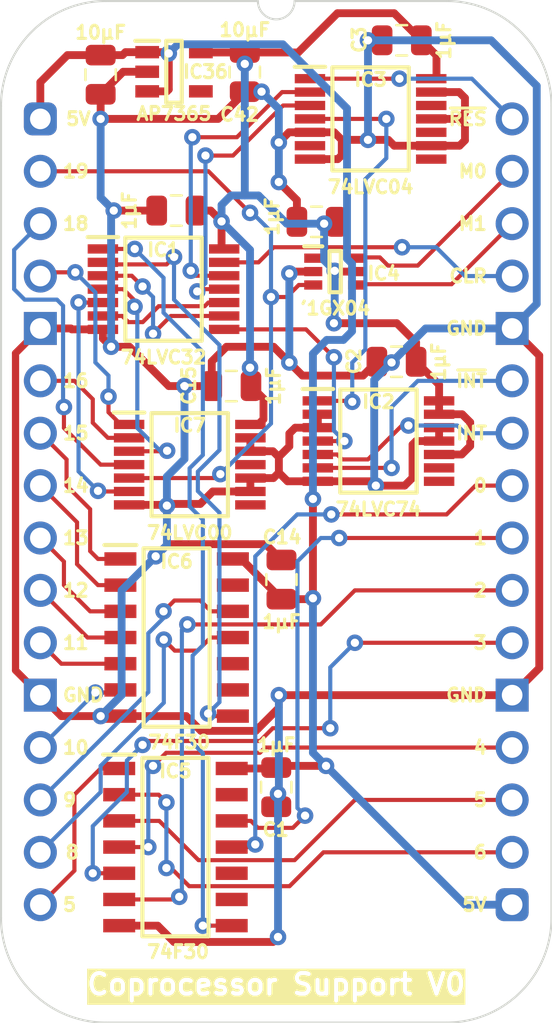
<source format=kicad_pcb>
(kicad_pcb (version 20241229) (generator "pcbnew") (generator_version "9.0")
  (title_block (title "Coprocessor Support") (date "2025-06-16") (rev "V0"))
  (layers (0 "F.Cu" signal) (2 "B.Cu" signal) (13 "F.Paste" user) (15 "B.Paste" user) (5 "F.SilkS" user "F.Silkscreen") (7 "B.SilkS" user "B.Silkscreen") (1 "F.Mask" user) (3 "B.Mask" user) (25 "Edge.Cuts" user))
  (net 0 "")
  (net 1 "GND")
  (net 2 "5V")
  (net 3 "/3.3V")
  (net 6 "CA19")
  (net 7 "CAMemory0")
  (net 8 "CAMemory1")
  (net 9 "CA2")
  (net 10 "CA3")
  (net 11 "CA1")
  (net 12 "CA0")
  (net 13 "/~{CAAA}")
  (net 14 "CA7")
  (net 18 "CA8")
  (net 19 "CA5")
  (net 20 "CA4")
  (net 21 "CA6")
  (net 22 "/~{CAAB}")
  (net 23 "CA12")
  (net 24 "CA14")
  (net 25 "CA15")
  (net 26 "CA10")
  (net 27 "CA13")
  (net 30 "CA11")
  (net 31 "CA17")
  (net 32 "CA16")
  (net 33 "CA9")
  (net 36 "CA18")
  (net 37 "/~{CAAC}")
  (net 39 "/~{CAAD}")
  (net 40 "/~{CD}")
  (net 41 "/~{AB}")
  (net 42 "CLR")
  (net 43 "/~{CATOP}")
  (net 44 "/Reset")
  (net 45 "/RD")
  (net 47 "~{INT}")
  (net 49 "/~{RD}")
  (net 50 "INT")
  (net 52 "~{Reset}")
  (footprint "SamacSys_Parts:C_0805" (layer "F.Cu") (at 9.906 -2.286 180)
    (property "Reference" "C42")
    (property "Value" "10μF")
  )
  (footprint "SamacSys_Parts:SOIC127P600X175-14N" (layer "F.Cu") (at 6.546 35.306)
    (property "Reference" "IC5")
    (property "Value" "SN74F30DR" (hide yes))
  )
  (footprint "SamacSys_Parts:C_0805" (layer "F.Cu") (at 9.271 12.954 90)
    (property "Reference" "C15")
    (property "Value" "1µF")
  )
  (footprint "SamacSys_Parts:SOP65P640X110-14N" (layer "F.Cu") (at 16.383 15.621)
    (property "Reference" "IC2")
    (property "Value" "74LVC74APW,118" (hide yes))
  )
  (footprint "SamacSys_Parts:C_0805" (layer "F.Cu") (at 17.272 11.775 90)
    (property "Reference" "C2")
    (property "Value" "1µF")
  )
  (footprint "SamacSys_Parts:SOT95P285X130-5N" (layer "F.Cu") (at 6.477 -2.286)
    (property "Reference" "IC36")
    (property "Value" "AP7365-33WG-7" (hide yes))
  )
  (footprint "SamacSys_Parts:C_0805" (layer "F.Cu") (at 2.921 -2.159 180)
    (property "Reference" "C41" (hide yes))
    (property "Value" "10μF")
  )
  (footprint "SamacSys_Parts:C_0805" (layer "F.Cu") (at 11.684 22.352)
    (property "Reference" "C14")
    (property "Value" "1µF")
  )
  (footprint "SamacSys_Parts:DIP-32_Board_W22.86mm" (layer "F.Cu") (at 0 0)
    (property "Reference" "J7" (hide yes))
    (property "Value" "Conn_02x20_Counter_Clockwise" (hide yes))
    (fp_line (start -1.905 -0.635) (end -1.905 38.735) (stroke (width 0.1)) (layer "Edge.Cuts"))
    (fp_line (start 10.541 -5.715) (end 3.175 -5.715) (stroke (width 0.1)) (layer "Edge.Cuts"))
    (fp_line (start 19.685 -5.715) (end 12.319 -5.715) (stroke (width 0.1)) (layer "Edge.Cuts"))
    (fp_line (start 19.685 43.815) (end 3.175 43.815) (stroke (width 0.1)) (layer "Edge.Cuts"))
    (fp_line (start 24.765 38.735) (end 24.765 -0.635) (stroke (width 0.1)) (layer "Edge.Cuts"))
    (fp_arc (start -1.905 -0.635) (mid -0.417102 -4.227102) (end 3.175 -5.715) (stroke (width 0.1)) (layer "Edge.Cuts"))
    (fp_arc (start 3.175 43.815) (mid -0.417102 42.327102) (end -1.905 38.735) (stroke (width 0.1)) (layer "Edge.Cuts"))
    (fp_arc (start 12.319 -5.715) (mid 11.43 -4.826) (end 10.541 -5.715) (stroke (width 0.1)) (layer "Edge.Cuts"))
    (fp_arc (start 19.685 -5.715) (mid 23.277102 -4.227102) (end 24.765 -0.635) (stroke (width 0.1)) (layer "Edge.Cuts"))
    (fp_arc (start 24.765 38.735) (mid 23.277103 42.327103) (end 19.685 43.815) (stroke (width 0.1)) (layer "Edge.Cuts"))
  )
  (footprint "SamacSys_Parts:SOIC127P600X175-14N" (layer "F.Cu") (at 6.604 25.146)
    (property "Reference" "IC6")
    (property "Value" "SN74F30DR" (hide yes))
  )
  (footprint "SamacSys_Parts:SOP65P640X110-14N" (layer "F.Cu") (at 16.002 0)
    (property "Reference" "IC3")
    (property "Value" "74LVC04APW,118" (hide yes))
  )
  (footprint "SamacSys_Parts:SOP65P210X110-6N" (layer "F.Cu") (at 14.285705 7.402933)
    (property "Reference" "IC4")
    (property "Value" "74LVC1GX04GW,125" (hide yes))
  )
  (footprint "SamacSys_Parts:C_0805" (layer "F.Cu") (at 13.396705 4.989933 90)
    (property "Reference" "C12" (hide yes))
    (property "Value" "1µF")
  )
  (footprint "SamacSys_Parts:C_0805" (layer "F.Cu") (at 6.604 4.445 90)
    (property "Reference" "C13" (hide yes))
    (property "Value" "1µF")
  )
  (footprint "SamacSys_Parts:SOP65P640X110-14N" (layer "F.Cu") (at 7.239 16.764)
    (property "Reference" "IC7")
    (property "Value" "74LVC00APW,112" (hide yes))
  )
  (footprint "SamacSys_Parts:SOP65P640X110-14N" (layer "F.Cu") (at 5.969 8.255)
    (property "Reference" "IC1")
    (property "Value" "74LVC32APW,118" (hide yes))
  )
  (footprint "SamacSys_Parts:C_0805" (layer "F.Cu") (at 17.526 -3.81 90)
    (property "Reference" "C3")
    (property "Value" "1µF")
  )
  (footprint "SamacSys_Parts:C_0805" (layer "F.Cu") (at 11.43 32.385 180)
    (property "Reference" "C1")
    (property "Value" "1µF")
  )
  (footprint "SamacSys_Parts:PinHeader_1x16_P2.54mm_Vertical" (layer "B.Cu") (at 22.86 0 180)
    (property "Reference" "J2" (hide yes))
    (property "Value" "Pin_Header_01x16")
  )
  (footprint "SamacSys_Parts:PinHeader_1x16_P2.54mm_Vertical" (layer "B.Cu") (at 0 0 180)
    (property "Reference" "J1" (hide yes))
    (property "Value" "Pin_Header_01x16")
  )
  (gr_text "15" (at 1.016 15.24 0) (layer "F.SilkS") (effects (font (size 0.635 0.635)) (justify left)))
  (gr_text "0" (at 21.717 17.78 0) (layer "F.SilkS") (effects (font (size 0.635 0.635)) (justify right)))
  (gr_text "3" (at 21.717 25.4 0) (layer "F.SilkS") (effects (font (size 0.635 0.635)) (justify right)))
  (gr_text "M0" (at 21.717 2.54 0) (layer "F.SilkS") (effects (font (size 0.635 0.635)) (justify right)))
  (gr_text "~{INT}" (at 21.717 12.7 0) (layer "F.SilkS") (effects (font (size 0.635 0.635)) (justify right)))
  (gr_text "GND" (at 1.016 27.94 0) (layer "F.SilkS") (effects (font (size 0.635 0.635)) (justify left)))
  (gr_text "CLR" (at 21.717 7.62 0) (layer "F.SilkS") (effects (font (size 0.635 0.635)) (justify right)))
  (gr_text "1" (at 21.717 20.32 0) (layer "F.SilkS") (effects (font (size 0.635 0.635)) (justify right)))
  (gr_text "19" (at 1.016 2.54 0) (layer "F.SilkS") (effects (font (size 0.635 0.635)) (justify left)))
  (gr_text "13" (at 1.016 20.32 0) (layer "F.SilkS") (effects (font (size 0.635 0.635)) (justify left)))
  (gr_text "5V" (at 21.717 38.1 0) (layer "F.SilkS") (effects (font (size 0.635 0.635)) (justify right)))
  (gr_text "~{RES}" (at 21.717 0 0) (layer "F.SilkS") (effects (font (size 0.635 0.635)) (justify right)))
  (gr_text "8" (at 1.143 35.56 0) (layer "F.SilkS") (effects (font (size 0.635 0.635)) (justify left)))
  (gr_text "18" (at 1.016 5.08 0) (layer "F.SilkS") (effects (font (size 0.635 0.635)) (justify left)))
  (gr_text "GND" (at 21.717 10.16 0) (layer "F.SilkS") (effects (font (size 0.635 0.635)) (justify right)))
  (gr_text "5" (at 1.016 38.1 0) (layer "F.SilkS") (effects (font (size 0.635 0.635)) (justify left)))
  (gr_text "GND" (at 21.717 27.94 0) (layer "F.SilkS") (effects (font (size 0.635 0.635)) (justify right)))
  (gr_text "11" (at 1.016 25.4 0) (layer "F.SilkS") (effects (font (size 0.635 0.635)) (justify left)))
  (gr_text "M1" (at 21.717 5.08 0) (layer "F.SilkS") (effects (font (size 0.635 0.635)) (justify right)))
  (gr_text "2" (at 21.717 22.86 0) (layer "F.SilkS") (effects (font (size 0.635 0.635)) (justify right)))
  (gr_text "14" (at 1.016 17.78 0) (layer "F.SilkS") (effects (font (size 0.635 0.635)) (justify left)))
  (gr_text "4" (at 21.717 30.48 0) (layer "F.SilkS") (effects (font (size 0.635 0.635)) (justify right)))
  (gr_text "5V" (at 1.1684 0 0) (layer "F.SilkS") (effects (font (size 0.635 0.635)) (justify left)))
  (gr_text "10" (at 1.016 30.48 0) (layer "F.SilkS") (effects (font (size 0.635 0.635)) (justify left)))
  (gr_text "12" (at 1.016 22.86 0) (layer "F.SilkS") (effects (font (size 0.635 0.635)) (justify left)))
  (gr_text "6" (at 21.717 35.56 0) (layer "F.SilkS") (effects (font (size 0.635 0.635)) (justify right)))
  (gr_text "9" (at 1.016 33.02 0) (layer "F.SilkS") (effects (font (size 0.635 0.635)) (justify left)))
  (gr_text "INT" (at 21.717 15.24 0) (layer "F.SilkS") (effects (font (size 0.635 0.635)) (justify right)))
  (gr_text "16" (at 1.016 12.7 0) (layer "F.SilkS") (effects (font (size 0.635 0.635)) (justify left)))
  (gr_text "Coprocessor Support V0" (at 11.43 42.545 0) (layer "F.SilkS" knockout) (effects (font (size 1 1) (thickness 0.2) (bold yes)) (justify bottom)))
  (gr_text "5" (at 21.717 33.02 0) (layer "F.SilkS") (effects (font (size 0.635 0.635)) (justify right)))
  (segment (start 19.321 14.971) (end 19.321 15.621) (width 0.38) (layer "F.Cu") (net 1))
  (segment (start 3.879 28.956) (end 7.06706 28.956) (width 0.38) (layer "F.Cu") (net 1))
  (segment (start 4.014 -2.286) (end 5.177 -2.286) (width 0.38) (layer "F.Cu") (net 1))
  (segment (start 13.445 14.971) (end 12.3505 14.971) (width 0.38) (layer "F.Cu") (net 1))
  (segment (start 14.605 1.016) (end 15.875 1.016) (width 0.38) (layer "F.Cu") (net 1))
  (segment (start 2.921 0) (end 2.921 -1.193) (width 0.38) (layer "F.Cu") (net 1))
  (segment (start 11.557 17.1515) (end 11.2945 17.414) (width 0.38) (layer "F.Cu") (net 1))
  (segment (start 6.095789 18.714) (end 6.131763 18.749974) (width 0.38) (layer "F.Cu") (net 1))
  (segment (start 20.3115 1.3) (end 18.94 1.3) (width 0.38) (layer "F.Cu") (net 1))
  (segment (start 10.177 17.414) (end 10.177 18.064) (width 0.38) (layer "F.Cu") (net 1))
  (segment (start 14.239 0.65) (end 14.605 1.016) (width 0.38) (layer "F.Cu") (net 1))
  (segment (start 18.034 15.7905) (end 18.2035 15.621) (width 0.38) (layer "F.Cu") (net 1))
  (segment (start 9.017 11.049) (end 11.303 11.049) (width 0.38) (layer "F.Cu") (net 1))
  (segment (start 7.06706 28.956) (end 7.78306 29.672) (width 0.38) (layer "F.Cu") (net 1))
  (segment (start 24.174 26.626) (end 22.86 27.94) (width 0.38) (layer "F.Cu") (net 1))
  (segment (start 11.43 32.810662) (end 11.515831 32.724831) (width 0.38) (layer "F.Cu") (net 1))
  (segment (start 1.016 28.956) (end 2.921 28.956) (width 0.38) (layer "F.Cu") (net 1))
  (segment (start 18.2035 15.621) (end 19.321 15.621) (width 0.38) (layer "F.Cu") (net 1))
  (segment (start 6.223 12.954) (end 6.985 12.954) (width 0.38) (layer "F.Cu") (net 1))
  (segment (start 20.574 0.2855) (end 20.574 1.0375) (width 0.38) (layer "F.Cu") (net 1))
  (segment (start 16.306 11.775) (end 16.982 11.775) (width 0.38) (layer "F.Cu") (net 1))
  (segment (start 18.034 17.399) (end 18.034 15.7905) (width 0.38) (layer "F.Cu") (net 1))
  (segment (start 12.7 12.446) (end 12.065 11.811) (width 0.38) (layer "F.Cu") (net 1))
  (segment (start 6.177 20.62) (end 5.588 21.209) (width 0.38) (layer "F.Cu") (net 1))
  (segment (start 18.94 -1.3) (end 20.2885 -1.3) (width 0.38) (layer "F.Cu") (net 1))
  (segment (start 13.445 17.571) (end 16.047 17.571) (width 0.38) (layer "F.Cu") (net 1))
  (segment (start 16.306 11.775) (end 15.635 12.446) (width 0.38) (layer "F.Cu") (net 1))
  (segment (start 11.2945 17.414) (end 10.177 17.414) (width 0.38) (layer "F.Cu") (net 1))
  (segment (start 8.305 12.954) (end 6.985 12.954) (width 0.38) (layer "F.Cu") (net 1))
  (segment (start 11.684 21.386) (end 10.918 20.62) (width 0.38) (layer "F.Cu") (net 1))
  (segment (start 16.047 17.571) (end 16.256 17.78) (width 0.38) (layer "F.Cu") (net 1))
  (segment (start 12.045695 0.65) (end 11.554847 1.140847) (width 0.38) (layer "F.Cu") (net 1))
  (segment (start 13.064 0.65) (end 12.045695 0.65) (width 0.38) (layer "F.Cu") (net 1))
  (segment (start 12.065 15.875) (end 11.54875 16.39125) (width 0.38) (layer "F.Cu") (net 1))
  (segment (start 2.921 28.956) (end 3.879 28.956) (width 0.38) (layer "F.Cu") (net 1))
  (segment (start 0 27.94) (end 1.016 28.956) (width 0.38) (layer "F.Cu") (net 1))
  (segment (start 5.638 4.445) (end 3.556 4.445) (width 0.38) (layer "F.Cu") (net 1))
  (segment (start 12.065 15.2565) (end 12.065 15.875) (width 0.38) (layer "F.Cu") (net 1))
  (segment (start 6.477 39.907) (end 11.274 39.907) (width 0.38) (layer "F.Cu") (net 1))
  (segment (start 20.574 -0.2855) (end 20.2885 0) (width 0.38) (layer "F.Cu") (net 1))
  (segment (start 3.821 39.116) (end 5.686 39.116) (width 0.38) (layer "F.Cu") (net 1))
  (segment (start 14.605 1.016) (end 14.605 1.7575) (width 0.38) (layer "F.Cu") (net 1))
  (segment (start 7.78306 29.672) (end 10.439192 29.672) (width 0.38) (layer "F.Cu") (net 1))
  (segment (start 20.574 1.0375) (end 20.3115 1.3) (width 0.38) (layer "F.Cu") (net 1))
  (segment (start 3.031 10.205) (end 3.031 10.651) (width 0.38) (layer "F.Cu") (net 1))
  (segment (start 4.318 11.049) (end 6.223 12.954) (width 0.38) (layer "F.Cu") (net 1))
  (segment (start 12.3505 14.971) (end 12.065 15.2565) (width 0.38) (layer "F.Cu") (net 1))
  (segment (start 10.918 20.62) (end 6.177 20.62) (width 0.38) (layer "F.Cu") (net 1))
  (segment (start 12.065 7.493) (end 12.155067 7.402933) (width 0.38) (layer "F.Cu") (net 1))
  (segment (start 22.86 10.16) (end 24.174 11.474) (width 0.38) (layer "F.Cu") (net 1))
  (segment (start 16.861 1.016) (end 17.145 1.3) (width 0.38) (layer "F.Cu") (net 1))
  (segment (start 15.875 -3.81) (end 16.56 -3.81) (width 0.38) (layer "F.Cu") (net 1))
  (segment (start 20.2885 -1.3) (end 20.574 -1.0145) (width 0.38) (layer "F.Cu") (net 1))
  (segment (start 16.256 17.78) (end 17.653 17.78) (width 0.38) (layer "F.Cu") (net 1))
  (segment (start 17.145 1.3) (end 18.94 1.3) (width 0.38) (layer "F.Cu") (net 1))
  (segment (start 13.445 17.571) (end 11.9765 17.571) (width 0.38) (layer "F.Cu") (net 1))
  (segment (start 12.430705 4.989933) (end 12.430705 3.937) (width 0.38) (layer "F.Cu") (net 1))
  (segment (start 11.557 28.554192) (end 11.557 27.94) (width 0.38) (layer "F.Cu") (net 1))
  (segment (start 5.686 39.116) (end 6.477 39.907) (width 0.38) (layer "F.Cu") (net 1))
  (segment (start 14.4125 1.95) (end 13.064 1.95) (width 0.38) (layer "F.Cu") (net 1))
  (segment (start 3.031 10.651) (end 3.429 11.049) (width 0.38) (layer "F.Cu") (net 1))
  (segment (start 11.2715 16.114) (end 11.54875 16.39125) (width 0.38) (layer "F.Cu") (net 1))
  (segment (start 10.177 16.114) (end 11.2715 16.114) (width 0.38) (layer "F.Cu") (net 1))
  (segment (start 2.921 0) (end 8.616 0) (width 0.38) (layer "F.Cu") (net 1))
  (segment (start 13.445 14.321) (end 13.445 14.971) (width 0.38) (layer "F.Cu") (net 1))
  (segment (start 15.875 1.016) (end 16.861 1.016) (width 0.38) (layer "F.Cu") (net 1))
  (segment (start 16.982 11.775) (end 17.018 11.811) (width 0.38) (layer "F.Cu") (net 1))
  (segment (start 0 10.16) (end 1.479 10.16) (width 0.38) (layer "F.Cu") (net 1))
  (segment (start 10.439192 29.672) (end 11.557 28.554192) (width 0.38) (layer "F.Cu") (net 1))
  (segment (start 11.303 11.049) (end 12.065 11.811) (width 0.38) (layer "F.Cu") (net 1))
  (segment (start 10.177 15.464) (end 10.177 16.114) (width 0.38) (layer "F.Cu") (net 1))
  (segment (start -1.202 11.362) (end -1.202 26.738) (width 0.35) (layer "F.Cu") (net 1))
  (segment (start 20.574 -1.0145) (end 20.574 -0.2855) (width 0.38) (layer "F.Cu") (net 1))
  (segment (start 2.921 -1.193) (end 4.014 -2.286) (width 0.38) (layer "F.Cu") (net 1))
  (segment (start 17.653 17.78) (end 18.034 17.399) (width 0.38) (layer "F.Cu") (net 1))
  (segment (start 11.9765 17.571) (end 11.557 17.1515) (width 0.38) (layer "F.Cu") (net 1))
  (segment (start 20.2885 0) (end 20.574 0.2855) (width 0.38) (layer "F.Cu") (net 1))
  (segment (start 8.305 12.954) (end 8.305 11.761) (width 0.38) (layer "F.Cu") (net 1))
  (segment (start 4.301 18.714) (end 6.095789 18.714) (width 0.38) (layer "F.Cu") (net 1))
  (segment (start 6.212737 18.669) (end 6.131763 18.749974) (width 0.38) (layer "F.Cu") (net 1))
  (segment (start 3.429 11.049) (end 4.318 11.049) (width 0.38) (layer "F.Cu") (net 1))
  (segment (start 8.616 0) (end 9.906 -1.29) (width 0.38) (layer "F.Cu") (net 1))
  (segment (start 15.635 12.446) (end 12.7 12.446) (width 0.38) (layer "F.Cu") (net 1))
  (segment (start -1.202 26.738) (end 0 27.94) (width 0.35) (layer "F.Cu") (net 1))
  (segment (start 1.479 10.16) (end 1.524 10.205) (width 0.38) (layer "F.Cu") (net 1))
  (segment (start 11.274 39.907) (end 11.515831 39.665169) (width 0.38) (layer "F.Cu") (net 1))
  (segment (start 0 10.16) (end -1.202 11.362) (width 0.35) (layer "F.Cu") (net 1))
  (segment (start 14.605 1.7575) (end 14.4125 1.95) (width 0.38) (layer "F.Cu") (net 1))
  (segment (start 8.305 11.761) (end 9.017 11.049) (width 0.38) (layer "F.Cu") (net 1))
  (segment (start 9.906 -1.32) (end 10.717999 -1.319999) (width 0.38) (layer "F.Cu") (net 1))
  (segment (start 12.430705 3.937) (end 11.554847 3.061142) (width 0.38) (layer "F.Cu") (net 1))
  (segment (start 1.524 10.205) (end 3.031 10.205) (width 0.38) (layer "F.Cu") (net 1))
  (segment (start 7.747 18.669) (end 6.212737 18.669) (width 0.38) (layer "F.Cu") (net 1))
  (segment (start 12.155067 7.402933) (end 13.223705 7.402933) (width 0.38) (layer "F.Cu") (net 1))
  (segment (start 10.177 18.064) (end 8.352 18.064) (width 0.38) (layer "F.Cu") (net 1))
  (segment (start 11.43 33.351) (end 11.43 32.810662) (width 0.38) (layer "F.Cu") (net 1))
  (segment (start 24.174 11.474) (end 24.174 26.626) (width 0.38) (layer "F.Cu") (net 1))
  (segment (start 11.557 27.94) (end 22.86 27.94) (width 0.38) (layer "F.Cu") (net 1))
  (segment (start 18.94 0) (end 20.2885 0) (width 0.38) (layer "F.Cu") (net 1))
  (segment (start 11.557 16.3995) (end 11.557 17.1515) (width 0.38) (layer "F.Cu") (net 1))
  (segment (start 13.064 0.65) (end 14.239 0.65) (width 0.38) (layer "F.Cu") (net 1))
  (segment (start 8.352 18.064) (end 7.747 18.669) (width 0.38) (layer "F.Cu") (net 1))
  (segment (start 11.54875 16.39125) (end 11.557 16.3995) (width 0.38) (layer "F.Cu") (net 1))
  (via (at 6.985 12.954) (size 0.8) (drill 0.4) (layers "F.Cu" "B.Cu") (net 1))
  (via (at 16.256 17.78) (size 0.8) (drill 0.4) (layers "F.Cu" "B.Cu") (net 1))
  (via (at 3.429 11.049) (size 0.8) (drill 0.4) (layers "F.Cu" "B.Cu") (net 1))
  (via (at 11.515831 32.724831) (size 0.8) (drill 0.4) (layers "F.Cu" "B.Cu") (net 1))
  (via (at 10.717999 -1.319999) (size 0.8) (drill 0.4) (layers "F.Cu" "B.Cu") (net 1))
  (via (at 17.018 11.811) (size 0.8) (drill 0.4) (layers "F.Cu" "B.Cu") (net 1))
  (via (at 5.588 21.209) (size 0.8) (drill 0.4) (layers "F.Cu" "B.Cu") (net 1))
  (via (at 11.554847 3.061142) (size 0.8) (drill 0.4) (layers "F.Cu" "B.Cu") (net 1))
  (via (at 11.515831 39.665169) (size 0.8) (drill 0.4) (layers "F.Cu" "B.Cu") (net 1))
  (via (at 15.875 -3.81) (size 0.8) (drill 0.4) (layers "F.Cu" "B.Cu") (net 1))
  (via (at 12.065 11.811) (size 0.8) (drill 0.4) (layers "F.Cu" "B.Cu") (net 1))
  (via (at 15.875 1.016) (size 0.8) (drill 0.4) (layers "F.Cu" "B.Cu") (net 1))
  (via (at 3.556 4.445) (size 0.8) (drill 0.4) (layers "F.Cu" "B.Cu") (net 1))
  (via (at 11.557 27.94) (size 0.8) (drill 0.4) (layers "F.Cu" "B.Cu") (net 1))
  (via (at 2.921 0) (size 0.8) (drill 0.4) (layers "F.Cu" "B.Cu") (net 1))
  (via (at 11.554847 1.140847) (size 0.8) (drill 0.4) (layers "F.Cu" "B.Cu") (net 1))
  (via (at 2.921 28.956) (size 0.8) (drill 0.4) (layers "F.Cu" "B.Cu") (net 1))
  (via (at 12.065 7.493) (size 0.8) (drill 0.4) (layers "F.Cu" "B.Cu") (net 1))
  (via (at 6.131763 18.749974) (size 0.8) (drill 0.4) (layers "F.Cu" "B.Cu") (net 1))
  (segment (start 6.985 12.954) (end 6.985 16.491688) (width 0.38) (layer "B.Cu") (net 1))
  (segment (start 12.065 7.493) (end 12.065 11.811) (width 0.38) (layer "B.Cu") (net 1))
  (segment (start 3.429 4.572) (end 3.429 11.049) (width 0.38) (layer "B.Cu") (net 1))
  (segment (start 21.844 -3.81) (end 24.051 -1.603) (width 0.38) (layer "B.Cu") (net 1))
  (segment (start 17.018 11.811) (end 16.178 12.651) (width 0.38) (layer "B.Cu") (net 1))
  (segment (start 11.554847 1.140847) (end 11.554847 3.061142) (width 0.38) (layer "B.Cu") (net 1))
  (segment (start 6.131763 17.344925) (end 6.131763 18.749974) (width 0.38) (layer "B.Cu") (net 1))
  (segment (start 15.875 -3.81) (end 21.844 -3.81) (width 0.38) (layer "B.Cu") (net 1))
  (segment (start 5.588 21.209) (end 3.937 22.86) (width 0.38) (layer "B.Cu") (net 1))
  (segment (start 11.554847 1.140847) (end 11.554847 -0.483151) (width 0.38) (layer "B.Cu") (net 1))
  (segment (start 17.018 11.811) (end 18.669 10.16) (width 0.38) (layer "B.Cu") (net 1))
  (segment (start 6.131763 20.665237) (end 6.131763 18.749974) (width 0.38) (layer "B.Cu") (net 1))
  (segment (start 11.554847 -0.483151) (end 10.717999 -1.319999) (width 0.38) (layer "B.Cu") (net 1))
  (segment (start 3.937 27.94) (end 2.921 28.956) (width 0.38) (layer "B.Cu") (net 1))
  (segment (start 3.556 4.445) (end 3.429 4.572) (width 0.38) (layer "B.Cu") (net 1))
  (segment (start 3.937 22.86) (end 3.937 27.94) (width 0.38) (layer "B.Cu") (net 1))
  (segment (start 2.921 3.81) (end 2.921 0) (width 0.38) (layer "B.Cu") (net 1))
  (segment (start 24.051 -1.603) (end 24.051 8.969) (width 0.38) (layer "B.Cu") (net 1))
  (segment (start 5.588 21.209) (end 6.131763 20.665237) (width 0.38) (layer "B.Cu") (net 1))
  (segment (start 11.515831 32.724831) (end 11.557 32.683662) (width 0.38) (layer "B.Cu") (net 1))
  (segment (start 11.557 32.683662) (end 11.557 27.94) (width 0.38) (layer "B.Cu") (net 1))
  (segment (start 18.669 10.16) (end 22.86 10.16) (width 0.38) (layer "B.Cu") (net 1))
  (segment (start 6.985 16.491688) (end 6.131763 17.344925) (width 0.38) (layer "B.Cu") (net 1))
  (segment (start 16.178 17.702) (end 16.256 17.78) (width 0.38) (layer "B.Cu") (net 1))
  (segment (start 24.051 8.969) (end 22.86 10.16) (width 0.38) (layer "B.Cu") (net 1))
  (segment (start 15.875 1.016) (end 15.875 -3.81) (width 0.38) (layer "B.Cu") (net 1))
  (segment (start 16.178 12.651) (end 16.178 17.702) (width 0.38) (layer "B.Cu") (net 1))
  (segment (start 11.515831 32.724831) (end 11.515831 39.665169) (width 0.38) (layer "B.Cu") (net 1))
  (segment (start 3.556 4.445) (end 2.921 3.81) (width 0.38) (layer "B.Cu") (net 1))
  (segment (start 1.315 -3.093) (end 2.921 -3.093) (width 0.38) (layer "F.Cu") (net 2))
  (segment (start 6.223 -1.427) (end 6.223 -3.175) (width 0.38) (layer "F.Cu") (net 2))
  (segment (start 6.132 -1.336) (end 6.223 -1.427) (width 0.38) (layer "F.Cu") (net 2))
  (segment (start 5.177 -3.236) (end 6.162 -3.236) (width 0.38) (layer "F.Cu") (net 2))
  (segment (start 5.177 -3.236) (end 4.125 -3.236) (width 0.38) (layer "F.Cu") (net 2))
  (segment (start 5.177 -1.336) (end 6.132 -1.336) (width 0.38) (layer "F.Cu") (net 2))
  (segment (start 13.208 18.427) (end 13.208 23.241) (width 0.38) (layer "F.Cu") (net 2))
  (segment (start 11.684 23.286) (end 13.163 23.286) (width 0.38) (layer "F.Cu") (net 2))
  (segment (start 6.162 -3.236) (end 6.223 -3.175) (width 0.38) (layer "F.Cu") (net 2))
  (segment (start 0 -1.778) (end 1.315 -3.093) (width 0.38) (layer "F.Cu") (net 2))
  (segment (start 9.734 21.336) (end 11.684 23.286) (width 0.38) (layer "F.Cu") (net 2))
  (segment (start 3.982 -3.093) (end 2.921 -3.093) (width 0.38) (layer "F.Cu") (net 2))
  (segment (start 13.163 23.286) (end 13.208 23.241) (width 0.38) (layer "F.Cu") (net 2))
  (segment (start 0 0) (end 0 -1.778) (width 0.38) (layer "F.Cu") (net 2))
  (segment (start 4.125 -3.236) (end 3.982 -3.093) (width 0.38) (layer "F.Cu") (net 2))
  (segment (start 13.843 31.369) (end 11.475 31.369) (width 0.38) (layer "F.Cu") (net 2))
  (segment (start 9.271 31.496) (end 11.385 31.496) (width 0.38) (layer "F.Cu") (net 2))
  (via (at 13.843 31.369) (size 0.8) (drill 0.4) (layers "F.Cu" "B.Cu") (net 2))
  (via (at 13.208 23.241) (size 0.8) (drill 0.4) (layers "F.Cu" "B.Cu") (net 2))
  (via (at 13.208 18.427) (size 0.8) (drill 0.4) (layers "F.Cu" "B.Cu") (net 2))
  (via (at 6.223 -3.175) (size 0.8) (drill 0.4) (layers "F.Cu" "B.Cu") (net 2))
  (segment (start 13.208 30.734) (end 13.208 23.241) (width 0.38) (layer "B.Cu") (net 2))
  (segment (start 15.101207 7.01806) (end 14.859 6.775853) (width 0.38) (layer "B.Cu") (net 2))
  (segment (start 13.208 18.427) (end 13.208 11.38506) (width 0.38) (layer "B.Cu") (net 2))
  (segment (start 15.101207 10.298793) (end 15.101207 7.01806) (width 0.38) (layer "B.Cu") (net 2))
  (segment (start 13.87606 10.717) (end 14.683 10.717) (width 0.38) (layer "B.Cu") (net 2))
  (segment (start 13.843 31.369) (end 13.208 30.734) (width 0.38) (layer "B.Cu") (net 2))
  (segment (start 6.665001 -3.617001) (end 6.223 -3.175) (width 0.38) (layer "B.Cu") (net 2))
  (segment (start 22.86 38.1) (end 20.574 38.1) (width 0.38) (layer "B.Cu") (net 2))
  (segment (start 11.749999 -3.617001) (end 6.665001 -3.617001) (width 0.38) (layer "B.Cu") (net 2))
  (segment (start 14.859 -0.508) (end 11.749999 -3.617001) (width 0.38) (layer "B.Cu") (net 2))
  (segment (start 14.859 6.775853) (end 14.859 -0.508) (width 0.38) (layer "B.Cu") (net 2))
  (segment (start 20.574 38.1) (end 13.843 31.369) (width 0.38) (layer "B.Cu") (net 2))
  (segment (start 14.683 10.717) (end 15.101207 10.298793) (width 0.38) (layer "B.Cu") (net 2))
  (segment (start 13.208 11.38506) (end 13.87606 10.717) (width 0.38) (layer "B.Cu") (net 2))
  (segment (start 19.067 -1.95) (end 19.194 -2.077) (width 0.38) (layer "F.Cu") (net 3))
  (segment (start 20.4155 16.271) (end 19.321 16.271) (width 0.38) (layer "F.Cu") (net 3))
  (segment (start 9.906 -3.22) (end 9.906 -2.667) (width 0.38) (layer "F.Cu") (net 3))
  (segment (start 19.194 -3.076) (end 18.46 -3.81) (width 0.38) (layer "F.Cu") (net 3))
  (segment (start 17.146 -5.124) (end 18.46 -3.81) (width 0.38) (layer "F.Cu") (net 3))
  (segment (start 10.812 13.561) (end 10.205 12.954) (width 0.38) (layer "F.Cu") (net 3))
  (segment (start 18.206 10.84) (end 18.206 11.775) (width 0.38) (layer "F.Cu") (net 3))
  (segment (start 20.828 15.8585) (end 20.4155 16.271) (width 0.38) (layer "F.Cu") (net 3))
  (segment (start 10.558 14.814) (end 10.812 14.56) (width 0.38) (layer "F.Cu") (net 3))
  (segment (start 20.4385 14.321) (end 20.828 14.7105) (width 0.38) (layer "F.Cu") (net 3))
  (segment (start 8.78 4.97) (end 8.255 4.445) (width 0.38) (layer "F.Cu") (net 3))
  (segment (start 17.272 9.906) (end 18.206 10.84) (width 0.38) (layer "F.Cu") (net 3))
  (segment (start 8.78 6.178) (end 8.78 4.97) (width 0.38) (layer "F.Cu") (net 3))
  (segment (start 19.321 14.321) (end 20.4385 14.321) (width 0.38) (layer "F.Cu") (net 3))
  (segment (start 20.828 14.7105) (end 20.828 15.8585) (width 0.38) (layer "F.Cu") (net 3))
  (segment (start 14.29814 7.402933) (end 14.261207 7.366) (width 0.38) (layer "F.Cu") (net 3))
  (segment (start 8.907 6.305) (end 8.78 6.178) (width 0.38) (layer "F.Cu") (net 3))
  (segment (start 9.906 -3.22) (end 12.491 -3.22) (width 0.38) (layer "F.Cu") (net 3))
  (segment (start 19.194 -2.077) (end 19.194 -3.076) (width 0.38) (layer "F.Cu") (net 3))
  (segment (start 14.395 -5.124) (end 17.146 -5.124) (width 0.38) (layer "F.Cu") (net 3))
  (segment (start 19.321 12.89) (end 19.321 13.671) (width 0.38) (layer "F.Cu") (net 3))
  (segment (start 10.812 14.56) (end 10.812 13.561) (width 0.38) (layer "F.Cu") (net 3))
  (segment (start 10.205 12.11) (end 10.16 12.065) (width 0.38) (layer "F.Cu") (net 3))
  (segment (start 14.224 9.906) (end 17.272 9.906) (width 0.38) (layer "F.Cu") (net 3))
  (segment (start 12.491 -3.22) (end 14.395 -5.124) (width 0.38) (layer "F.Cu") (net 3))
  (segment (start 10.205 12.954) (end 10.205 12.11) (width 0.38) (layer "F.Cu") (net 3))
  (segment (start 15.347705 7.402933) (end 14.29814 7.402933) (width 0.38) (layer "F.Cu") (net 3))
  (segment (start 18.206 11.775) (end 19.321 12.89) (width 0.38) (layer "F.Cu") (net 3))
  (segment (start 19.321 13.671) (end 19.321 14.321) (width 0.38) (layer "F.Cu") (net 3))
  (segment (start 9.906 -3.22) (end 7.793 -3.22) (width 0.38) (layer "F.Cu") (net 3))
  (segment (start 8.255 4.445) (end 7.538 4.445) (width 0.38) (layer "F.Cu") (net 3))
  (segment (start 14.240638 5.08) (end 13.749912 5.08) (width 0.38) (layer "F.Cu") (net 3))
  (via (at 14.261207 7.366) (size 0.8) (drill 0.4) (layers "F.Cu" "B.Cu") (net 3))
  (via (at 14.224 9.906) (size 0.8) (drill 0.4) (layers "F.Cu" "B.Cu") (net 3))
  (via (at 13.749912 5.08) (size 0.8) (drill 0.4) (layers "F.Cu" "B.Cu") (net 3))
  (via (at 10.16 12.065) (size 0.8) (drill 0.4) (layers "F.Cu" "B.Cu") (net 3))
  (via (at 8.78 4.97) (size 0.8) (drill 0.4) (layers "F.Cu" "B.Cu") (net 3))
  (via (at 9.906 -2.667) (size 0.8) (drill 0.4) (layers "F.Cu" "B.Cu") (net 3))
  (segment (start 14.261207 9.868793) (end 14.224 9.906) (width 0.38) (layer "B.Cu") (net 3))
  (segment (start 13.749912 6.854705) (end 13.749912 5.08) (width 0.38) (layer "B.Cu") (net 3))
  (segment (start 14.261207 7.366) (end 14.261207 9.868793) (width 0.38) (layer "B.Cu") (net 3))
  (segment (start 8.78 4.97) (end 8.78 4.174) (width 0.38) (layer "B.Cu") (net 3))
  (segment (start 11.938 5.08) (end 13.749912 5.08) (width 0.38) (layer "B.Cu") (net 3))
  (segment (start 10.571 3.713) (end 11.938 5.08) (width 0.38) (layer "B.Cu") (net 3))
  (segment (start 9.906 3.713) (end 9.906 -2.667) (width 0.38) (layer "B.Cu") (net 3))
  (segment (start 8.78 4.174) (end 9.241 3.713) (width 0.38) (layer "B.Cu") (net 3))
  (segment (start 10.16 6.35) (end 10.16 12.065) (width 0.38) (layer "B.Cu") (net 3))
  (segment (start 14.261207 7.366) (end 13.749912 6.854705) (width 0.38) (layer "B.Cu") (net 3))
  (segment (start 10.571 3.713) (end 9.906 3.713) (width 0.38) (layer "B.Cu") (net 3))
  (segment (start 9.241 3.713) (end 9.906 3.713) (width 0.38) (layer "B.Cu") (net 3))
  (segment (start 8.78 4.97) (end 10.16 6.35) (width 0.38) (layer "B.Cu") (net 3))
  (segment (start 12.521067 8.052933) (end 11.938 8.636) (width 0.2) (layer "F.Cu") (net 6))
  (segment (start 11.938 8.636) (end 11.176 8.636) (width 0.2) (layer "F.Cu") (net 6))
  (segment (start 0 2.54) (end 8.147 2.54) (width 0.2) (layer "F.Cu") (net 6))
  (segment (start 4.301 17.414) (end 8.531898 17.414) (width 0.2) (layer "F.Cu") (net 6))
  (segment (start 8.531898 17.414) (end 8.721898 17.224) (width 0.2) (layer "F.Cu") (net 6))
  (segment (start 8.147 2.54) (end 10.16 4.553) (width 0.2) (layer "F.Cu") (net 6))
  (segment (start 13.223705 8.052933) (end 12.521067 8.052933) (width 0.2) (layer "F.Cu") (net 6))
  (via (at 10.16 4.553) (size 0.8) (drill 0.4) (layers "F.Cu" "B.Cu") (net 6))
  (via (at 8.721898 17.224) (size 0.8) (drill 0.4) (layers "F.Cu" "B.Cu") (net 6))
  (via (at 11.176 8.636) (size 0.8) (drill 0.4) (layers "F.Cu" "B.Cu") (net 6))
  (segment (start 11.176 14.769898) (end 8.721898 17.224) (width 0.2) (layer "B.Cu") (net 6))
  (segment (start 11.176 8.636) (end 11.176 14.769898) (width 0.2) (layer "B.Cu") (net 6))
  (segment (start 10.268 4.553) (end 10.16 4.553) (width 0.2) (layer "B.Cu") (net 6))
  (segment (start 11.176 5.461) (end 10.268 4.553) (width 0.2) (layer "B.Cu") (net 6))
  (segment (start 11.176 8.636) (end 11.176 5.461) (width 0.2) (layer "B.Cu") (net 6))
  (segment (start 16.846339 7.112) (end 18.288 7.112) (width 0.2) (layer "F.Cu") (net 7))
  (segment (start 18.288 7.112) (end 22.86 2.54) (width 0.2) (layer "F.Cu") (net 7))
  (segment (start 16.450339 6.716) (end 16.846339 7.112) (width 0.2) (layer "F.Cu") (net 7))
  (segment (start 15.384638 6.716) (end 16.450339 6.716) (width 0.2) (layer "F.Cu") (net 7))
  (segment (start 15.384638 8.016) (end 19.924 8.016) (width 0.2) (layer "F.Cu") (net 8))
  (segment (start 19.924 8.016) (end 22.86 5.08) (width 0.2) (layer "F.Cu") (net 8))
  (segment (start 13.589 24.511) (end 7.124 24.511) (width 0.2) (layer "F.Cu") (net 9))
  (segment (start 3.821 37.846) (end 6.604 37.846) (width 0.2) (layer "F.Cu") (net 9))
  (segment (start 22.86 22.86) (end 15.24 22.86) (width 0.2) (layer "F.Cu") (net 9))
  (segment (start 15.24 22.86) (end 13.589 24.511) (width 0.2) (layer "F.Cu") (net 9))
  (segment (start 6.604 37.846) (end 6.731 37.719) (width 0.2) (layer "F.Cu") (net 9))
  (via (at 6.731 37.719) (size 0.8) (drill 0.4) (layers "F.Cu" "B.Cu") (net 9))
  (via (at 7.124 24.511) (size 0.8) (drill 0.4) (layers "F.Cu" "B.Cu") (net 9))
  (segment (start 6.858 37.592) (end 6.858 24.777) (width 0.2) (layer "B.Cu") (net 9))
  (segment (start 6.858 24.777) (end 7.124 24.511) (width 0.2) (layer "B.Cu") (net 9))
  (segment (start 6.731 37.719) (end 6.858 37.592) (width 0.2) (layer "B.Cu") (net 9))
  (segment (start 10.642154 30.162) (end 11.261068 29.543086) (width 0.2) (layer "F.Cu") (net 10))
  (segment (start 3.821 36.576) (end 2.54 36.576) (width 0.2) (layer "F.Cu") (net 10))
  (segment (start 5.144 30.162) (end 10.642154 30.162) (width 0.2) (layer "F.Cu") (net 10))
  (segment (start 11.261068 29.543086) (end 14.048 29.543086) (width 0.2) (layer "F.Cu") (net 10))
  (segment (start 22.86 25.4) (end 15.24 25.4) (width 0.2) (layer "F.Cu") (net 10))
  (segment (start 4.953 30.353) (end 5.144 30.162) (width 0.2) (layer "F.Cu") (net 10))
  (via (at 14.048 29.543086) (size 0.8) (drill 0.4) (layers "F.Cu" "B.Cu") (net 10))
  (via (at 2.54 36.576) (size 0.8) (drill 0.4) (layers "F.Cu" "B.Cu") (net 10))
  (via (at 4.953 30.353) (size 0.8) (drill 0.4) (layers "F.Cu" "B.Cu") (net 10))
  (via (at 15.24 25.4) (size 0.8) (drill 0.4) (layers "F.Cu" "B.Cu") (net 10))
  (segment (start 4.191 31.115) (end 4.953 30.353) (width 0.2) (layer "B.Cu") (net 10))
  (segment (start 2.54 34.29) (end 4.191 32.639) (width 0.2) (layer "B.Cu") (net 10))
  (segment (start 15.24 25.4) (end 14.048 26.592) (width 0.2) (layer "B.Cu") (net 10))
  (segment (start 4.191 32.639) (end 4.191 31.115) (width 0.2) (layer "B.Cu") (net 10))
  (segment (start 2.54 36.576) (end 2.54 34.29) (width 0.2) (layer "B.Cu") (net 10))
  (segment (start 14.048 26.592) (end 14.048 29.543086) (width 0.2) (layer "B.Cu") (net 10))
  (segment (start 12.827 33.782) (end 12.235 34.374) (width 0.2) (layer "F.Cu") (net 11))
  (segment (start 10.203 34.036) (end 10.541 34.374) (width 0.2) (layer "F.Cu") (net 11))
  (segment (start 9.271 34.036) (end 10.203 34.036) (width 0.2) (layer "F.Cu") (net 11))
  (segment (start 12.235 34.374) (end 10.541 34.374) (width 0.2) (layer "F.Cu") (net 11))
  (segment (start 14.478 20.32) (end 22.86 20.32) (width 0.2) (layer "F.Cu") (net 11))
  (via (at 12.827 33.782) (size 0.8) (drill 0.4) (layers "F.Cu" "B.Cu") (net 11))
  (via (at 14.478 20.32) (size 0.8) (drill 0.4) (layers "F.Cu" "B.Cu") (net 11))
  (segment (start 13.589 20.32) (end 14.478 20.32) (width 0.2) (layer "B.Cu") (net 11))
  (segment (start 12.458 33.413) (end 12.458 21.451) (width 0.2) (layer "B.Cu") (net 11))
  (segment (start 12.827 33.782) (end 12.458 33.413) (width 0.2) (layer "B.Cu") (net 11))
  (segment (start 12.458 21.451) (end 13.589 20.32) (width 0.2) (layer "B.Cu") (net 11))
  (segment (start 22.86 17.78) (end 21.082 17.78) (width 0.2) (layer "F.Cu") (net 12))
  (segment (start 19.685 19.177) (end 14.097 19.177) (width 0.2) (layer "F.Cu") (net 12))
  (segment (start 21.082 17.78) (end 19.685 19.177) (width 0.2) (layer "F.Cu") (net 12))
  (segment (start 10.287 35.306) (end 10.414 35.179) (width 0.2) (layer "F.Cu") (net 12))
  (segment (start 9.271 35.306) (end 10.287 35.306) (width 0.2) (layer "F.Cu") (net 12))
  (via (at 14.097 19.177) (size 0.8) (drill 0.4) (layers "F.Cu" "B.Cu") (net 12))
  (via (at 10.414 35.179) (size 0.8) (drill 0.4) (layers "F.Cu" "B.Cu") (net 12))
  (segment (start 12.446 19.177) (end 14.097 19.177) (width 0.2) (layer "B.Cu") (net 12))
  (segment (start 10.414 21.209) (end 12.446 19.177) (width 0.2) (layer "B.Cu") (net 12))
  (segment (start 10.414 35.179) (end 10.414 21.209) (width 0.2) (layer "B.Cu") (net 12))
  (segment (start 3.031 6.305) (end 4.572 6.305) (width 0.2) (layer "F.Cu") (net 13))
  (segment (start 9.271 39.116) (end 7.874 39.116) (width 0.2) (layer "F.Cu") (net 13))
  (via (at 4.572 6.305) (size 0.8) (drill 0.4) (layers "F.Cu" "B.Cu") (net 13))
  (via (at 7.874 39.116) (size 0.8) (drill 0.4) (layers "F.Cu" "B.Cu") (net 13))
  (segment (start 5.969 9.398) (end 5.969 7.702) (width 0.2) (layer "B.Cu") (net 13))
  (segment (start 7.874 30.756331) (end 7.378 30.260331) (width 0.2) (layer "B.Cu") (net 13))
  (segment (start 7.232 16.937653) (end 7.874 16.295653) (width 0.2) (layer "B.Cu") (net 13))
  (segment (start 7.378 30.260331) (end 7.378 26.023) (width 0.2) (layer "B.Cu") (net 13))
  (segment (start 5.969 7.702) (end 4.572 6.305) (width 0.2) (layer "B.Cu") (net 13))
  (segment (start 7.874 11.303) (end 5.969 9.398) (width 0.2) (layer "B.Cu") (net 13))
  (segment (start 7.874 39.116) (end 7.874 30.756331) (width 0.2) (layer "B.Cu") (net 13))
  (segment (start 7.874 16.295653) (end 7.874 11.303) (width 0.2) (layer "B.Cu") (net 13))
  (segment (start 7.874 19.431) (end 7.232 18.789) (width 0.2) (layer "B.Cu") (net 13))
  (segment (start 7.378 26.023) (end 7.874 25.527) (width 0.2) (layer "B.Cu") (net 13))
  (segment (start 7.232 18.789) (end 7.232 16.937653) (width 0.2) (layer "B.Cu") (net 13))
  (segment (start 7.874 25.527) (end 7.874 19.431) (width 0.2) (layer "B.Cu") (net 13))
  (segment (start 1.651 36.449) (end 1.651 32.766) (width 0.2) (layer "F.Cu") (net 14))
  (segment (start 2.921 31.496) (end 3.821 31.496) (width 0.2) (layer "F.Cu") (net 14))
  (segment (start 0 38.1) (end 1.651 36.449) (width 0.2) (layer "F.Cu") (net 14))
  (segment (start 1.651 32.766) (end 2.921 31.496) (width 0.2) (layer "F.Cu") (net 14))
  (segment (start 8.255 25.146) (end 7.62 25.781) (width 0.2) (layer "F.Cu") (net 18))
  (segment (start 9.329 25.146) (end 8.255 25.146) (width 0.2) (layer "F.Cu") (net 18))
  (segment (start 6.512875 25.781) (end 5.981368 25.249493) (width 0.2) (layer "F.Cu") (net 18))
  (segment (start 7.62 25.781) (end 6.512875 25.781) (width 0.2) (layer "F.Cu") (net 18))
  (via (at 5.981368 25.249493) (size 0.8) (drill 0.4) (layers "F.Cu" "B.Cu") (net 18))
  (segment (start 0 35.56) (end 2.921 32.639) (width 0.2) (layer "B.Cu") (net 18))
  (segment (start 2.921 32.639) (end 2.921 31.369) (width 0.2) (layer "B.Cu") (net 18))
  (segment (start 5.981368 28.308632) (end 5.981368 25.249493) (width 0.2) (layer "B.Cu") (net 18))
  (segment (start 2.921 31.369) (end 5.981368 28.308632) (width 0.2) (layer "B.Cu") (net 18))
  (segment (start 7.666067 35.941) (end 5.761067 34.036) (width 0.2) (layer "F.Cu") (net 19))
  (segment (start 15.24 33.02) (end 12.319 35.941) (width 0.2) (layer "F.Cu") (net 19))
  (segment (start 5.761067 34.036) (end 3.821 34.036) (width 0.2) (layer "F.Cu") (net 19))
  (segment (start 12.319 35.941) (end 7.666067 35.941) (width 0.2) (layer "F.Cu") (net 19))
  (segment (start 22.86 33.02) (end 15.24 33.02) (width 0.2) (layer "F.Cu") (net 19))
  (segment (start 10.63584 30.734) (end 10.88984 30.48) (width 0.2) (layer "F.Cu") (net 20))
  (segment (start 10.88984 30.48) (end 22.86 30.48) (width 0.2) (layer "F.Cu") (net 20))
  (segment (start 5.231 35.306) (end 3.821 35.306) (width 0.2) (layer "F.Cu") (net 20))
  (segment (start 6.096 30.734) (end 10.63584 30.734) (width 0.2) (layer "F.Cu") (net 20))
  (segment (start 5.461 31.369) (end 6.096 30.734) (width 0.2) (layer "F.Cu") (net 20))
  (via (at 5.231 35.306) (size 0.8) (drill 0.4) (layers "F.Cu" "B.Cu") (net 20))
  (via (at 5.461 31.369) (size 0.8) (drill 0.4) (layers "F.Cu" "B.Cu") (net 20))
  (segment (start 5.461 31.369) (end 5.231 31.599) (width 0.2) (layer "B.Cu") (net 20))
  (segment (start 5.231 31.599) (end 5.231 35.306) (width 0.2) (layer "B.Cu") (net 20))
  (segment (start 12.074 37.202) (end 7.211 37.202) (width 0.2) (layer "F.Cu") (net 21))
  (segment (start 13.716 35.56) (end 12.074 37.202) (width 0.2) (layer "F.Cu") (net 21))
  (segment (start 5.732509 32.766) (end 6.108 33.141491) (width 0.2) (layer "F.Cu") (net 21))
  (segment (start 3.821 32.766) (end 5.732509 32.766) (width 0.2) (layer "F.Cu") (net 21))
  (segment (start 6.331 36.322) (end 6.108 36.322) (width 0.2) (layer "F.Cu") (net 21))
  (segment (start 22.86 35.56) (end 13.716 35.56) (width 0.2) (layer "F.Cu") (net 21))
  (segment (start 7.211 37.202) (end 6.331 36.322) (width 0.2) (layer "F.Cu") (net 21))
  (via (at 6.108 36.322) (size 0.8) (drill 0.4) (layers "F.Cu" "B.Cu") (net 21))
  (via (at 6.108 33.141491) (size 0.8) (drill 0.4) (layers "F.Cu" "B.Cu") (net 21))
  (segment (start 6.108 33.141491) (end 6.108 36.322) (width 0.2) (layer "B.Cu") (net 21))
  (segment (start 8.255 28.956) (end 8.128 28.829) (width 0.2) (layer "F.Cu") (net 22))
  (segment (start 6.116315 7.055) (end 6.477361 6.693954) (width 0.2) (layer "F.Cu") (net 22))
  (segment (start 9.329 28.956) (end 8.255 28.956) (width 0.2) (layer "F.Cu") (net 22))
  (segment (start 3.131 7.055) (end 6.116315 7.055) (width 0.2) (layer "F.Cu") (net 22))
  (via (at 6.477361 6.693954) (size 0.8) (drill 0.4) (layers "F.Cu" "B.Cu") (net 22))
  (via (at 8.128 28.829) (size 0.8) (drill 0.4) (layers "F.Cu" "B.Cu") (net 22))
  (segment (start 8.678493 16.056846) (end 8.678493 10.964493) (width 0.2) (layer "B.Cu") (net 22))
  (segment (start 7.632 18.046) (end 7.632 17.103339) (width 0.2) (layer "B.Cu") (net 22))
  (segment (start 8.128 28.829) (end 8.678493 28.278507) (width 0.2) (layer "B.Cu") (net 22))
  (segment (start 7.632 17.103339) (end 8.678493 16.056846) (width 0.2) (layer "B.Cu") (net 22))
  (segment (start 8.678493 28.278507) (end 8.678493 19.092493) (width 0.2) (layer "B.Cu") (net 22))
  (segment (start 8.678493 10.964493) (end 6.477361 8.763361) (width 0.2) (layer "B.Cu") (net 22))
  (segment (start 6.477361 8.763361) (end 6.477361 6.693954) (width 0.2) (layer "B.Cu") (net 22))
  (segment (start 8.678493 19.092493) (end 7.632 18.046) (width 0.2) (layer "B.Cu") (net 22))
  (segment (start 0 22.86) (end 2.286 25.146) (width 0.2) (layer "F.Cu") (net 23))
  (segment (start 2.286 25.146) (end 3.879 25.146) (width 0.2) (layer "F.Cu") (net 23))
  (segment (start 1.778 21.59) (end 2.794 22.606) (width 0.2) (layer "F.Cu") (net 24))
  (segment (start 1.778 19.558) (end 1.778 21.59) (width 0.2) (layer "F.Cu") (net 24))
  (segment (start 0 17.78) (end 1.778 19.558) (width 0.2) (layer "F.Cu") (net 24))
  (segment (start 2.794 22.606) (end 3.879 22.606) (width 0.2) (layer "F.Cu") (net 24))
  (segment (start 2.794 21.336) (end 2.413 20.955) (width 0.2) (layer "F.Cu") (net 25))
  (segment (start 1.27 17.78) (end 1.27 16.51) (width 0.2) (layer "F.Cu") (net 25))
  (segment (start 2.413 18.923) (end 1.27 17.78) (width 0.2) (layer "F.Cu") (net 25))
  (segment (start 3.879 21.336) (end 2.794 21.336) (width 0.2) (layer "F.Cu") (net 25))
  (segment (start 2.413 20.955) (end 2.413 18.923) (width 0.2) (layer "F.Cu") (net 25))
  (segment (start 1.27 16.51) (end 0 15.24) (width 0.2) (layer "F.Cu") (net 25))
  (segment (start 3.752 27.813) (end 2.667 27.813) (width 0.2) (layer "F.Cu") (net 26))
  (via (at 2.667 27.813) (size 0.8) (drill 0.4) (layers "F.Cu" "B.Cu") (net 26))
  (segment (start 0 30.48) (end 2.667 27.813) (width 0.2) (layer "B.Cu") (net 26))
  (segment (start 0 20.32) (end 1.143 21.463) (width 0.2) (layer "F.Cu") (net 27))
  (segment (start 1.143 21.463) (end 1.143 22.606) (width 0.2) (layer "F.Cu") (net 27))
  (segment (start 1.143 22.606) (end 2.413 23.876) (width 0.2) (layer "F.Cu") (net 27))
  (segment (start 2.413 23.876) (end 3.879 23.876) (width 0.2) (layer "F.Cu") (net 27))
  (segment (start 1.016 26.416) (end 3.879 26.416) (width 0.2) (layer "F.Cu") (net 30))
  (segment (start 0 25.4) (end 1.016 26.416) (width 0.2) (layer "F.Cu") (net 30))
  (segment (start 1.693498 7.439096) (end 0.180904 7.439096) (width 0.2) (layer "F.Cu") (net 31))
  (segment (start 3.892 14.814) (end 3.302 14.224) (width 0.2) (layer "F.Cu") (net 31))
  (segment (start 3.302 14.224) (end 3.302 13.462) (width 0.2) (layer "F.Cu") (net 31))
  (via (at 1.693498 7.439096) (size 0.8) (drill 0.4) (layers "F.Cu" "B.Cu") (net 31))
  (via (at 3.302 13.462) (size 0.8) (drill 0.4) (layers "F.Cu" "B.Cu") (net 31))
  (segment (start 3.302 13.462) (end 3.302 12.446) (width 0.2) (layer "B.Cu") (net 31))
  (segment (start 2.667 11.811) (end 2.667 8.412598) (width 0.2) (layer "B.Cu") (net 31))
  (segment (start 2.667 8.412598) (end 1.693498 7.439096) (width 0.2) (layer "B.Cu") (net 31))
  (segment (start 2.667 11.811) (end 3.302 12.446) (width 0.2) (layer "B.Cu") (net 31))
  (segment (start 4.301 15.464) (end 3.272 15.464) (width 0.2) (layer "F.Cu") (net 32))
  (segment (start 1.651 12.7) (end 0 12.7) (width 0.2) (layer "F.Cu") (net 32))
  (segment (start 3.272 15.464) (end 2.54 14.732) (width 0.2) (layer "F.Cu") (net 32))
  (segment (start 2.54 14.732) (end 2.54 13.589) (width 0.2) (layer "F.Cu") (net 32))
  (segment (start 2.54 13.589) (end 1.651 12.7) (width 0.2) (layer "F.Cu") (net 32))
  (segment (start 6.494 23.351) (end 5.969 23.876) (width 0.2) (layer "F.Cu") (net 33))
  (segment (start 7.747 23.351) (end 6.494 23.351) (width 0.2) (layer "F.Cu") (net 33))
  (segment (start 9.329 23.876) (end 8.272 23.876) (width 0.2) (layer "F.Cu") (net 33))
  (segment (start 8.272 23.876) (end 7.747 23.351) (width 0.2) (layer "F.Cu") (net 33))
  (via (at 5.969 23.876) (size 0.8) (drill 0.4) (layers "F.Cu" "B.Cu") (net 33))
  (segment (start 5.231368 27.788632) (end 5.231368 24.938832) (width 0.2) (layer "B.Cu") (net 33))
  (segment (start 5.969 24.2012) (end 5.969 23.876) (width 0.2) (layer "B.Cu") (net 33))
  (segment (start 0 33.02) (end 5.231368 27.788632) (width 0.2) (layer "B.Cu") (net 33))
  (segment (start 5.231368 24.938832) (end 5.969 24.2012) (width 0.2) (layer "B.Cu") (net 33))
  (segment (start 1.143 14.986) (end 2.921 16.764) (width 0.2) (layer "F.Cu") (net 36))
  (segment (start 1.143 13.97) (end 1.143 14.986) (width 0.2) (layer "F.Cu") (net 36))
  (segment (start 2.921 16.764) (end 4.301 16.764) (width 0.2) (layer "F.Cu") (net 36))
  (via (at 1.143 13.97) (size 0.8) (drill 0.4) (layers "F.Cu" "B.Cu") (net 36))
  (segment (start -0.762 8.763) (end 0.805 8.763) (width 0.2) (layer "B.Cu") (net 36))
  (segment (start -1.27 6.35) (end -1.27 8.255) (width 0.2) (layer "B.Cu") (net 36))
  (segment (start -1.27 8.255) (end -0.762 8.763) (width 0.2) (layer "B.Cu") (net 36))
  (segment (start 1.101 13.928) (end 1.143 13.97) (width 0.2) (layer "B.Cu") (net 36))
  (segment (start 1.101 9.059) (end 1.101 13.928) (width 0.2) (layer "B.Cu") (net 36))
  (segment (start 0 5.08) (end -1.27 6.35) (width 0.2) (layer "B.Cu") (net 36))
  (segment (start 0.805 8.763) (end 1.101 9.059) (width 0.2) (layer "B.Cu") (net 36))
  (segment (start 4.563039 8.7987) (end 4.563039 9.102903) (width 0.2) (layer "F.Cu") (net 37))
  (segment (start 3.031 8.255) (end 4.019339 8.255) (width 0.2) (layer "F.Cu") (net 37))
  (segment (start 4.301 16.114) (end 6.118358 16.114) (width 0.2) (layer "F.Cu") (net 37))
  (segment (start 4.019339 8.255) (end 4.563039 8.7987) (width 0.2) (layer "F.Cu") (net 37))
  (segment (start 6.118358 16.114) (end 6.142942 16.089416) (width 0.2) (layer "F.Cu") (net 37))
  (via (at 6.142942 16.089416) (size 0.8) (drill 0.4) (layers "F.Cu" "B.Cu") (net 37))
  (via (at 4.563039 9.102903) (size 0.8) (drill 0.4) (layers "F.Cu" "B.Cu") (net 37))
  (segment (start 5.802416 16.089416) (end 4.699 14.986) (width 0.2) (layer "B.Cu") (net 37))
  (segment (start 4.699 14.986) (end 4.699 9.238864) (width 0.2) (layer "B.Cu") (net 37))
  (segment (start 4.699 9.238864) (end 4.563039 9.102903) (width 0.2) (layer "B.Cu") (net 37))
  (segment (start 6.142942 16.089416) (end 5.802416 16.089416) (width 0.2) (layer "B.Cu") (net 37))
  (segment (start 2.824 18.064) (end 2.794 18.034) (width 0.2) (layer "F.Cu") (net 39))
  (segment (start 4.301 18.064) (end 2.824 18.064) (width 0.2) (layer "F.Cu") (net 39))
  (segment (start 3.031 8.905) (end 1.856696 8.905) (width 0.2) (layer "F.Cu") (net 39))
  (segment (start 1.856696 8.905) (end 1.851 8.899304) (width 0.2) (layer "F.Cu") (net 39))
  (via (at 2.794 18.034) (size 0.8) (drill 0.4) (layers "F.Cu" "B.Cu") (net 39))
  (via (at 1.851 8.899304) (size 0.8) (drill 0.4) (layers "F.Cu" "B.Cu") (net 39))
  (segment (start 1.851 8.899304) (end 1.851 17.091) (width 0.2) (layer "B.Cu") (net 39))
  (segment (start 1.851 17.091) (end 2.794 18.034) (width 0.2) (layer "B.Cu") (net 39))
  (segment (start 8.139381 8.905) (end 7.963277 9.081104) (width 0.2) (layer "F.Cu") (net 40))
  (segment (start 4.961436 9.852903) (end 4.266403 9.852903) (width 0.2) (layer "F.Cu") (net 40))
  (segment (start 4.266403 9.852903) (end 3.9685 9.555) (width 0.2) (layer "F.Cu") (net 40))
  (segment (start 8.907 8.905) (end 8.139381 8.905) (width 0.2) (layer "F.Cu") (net 40))
  (segment (start 7.963277 9.081104) (end 5.733235 9.081104) (width 0.2) (layer "F.Cu") (net 40))
  (segment (start 3.9685 9.555) (end 3.031 9.555) (width 0.2) (layer "F.Cu") (net 40))
  (segment (start 5.733235 9.081104) (end 4.961436 9.852903) (width 0.2) (layer "F.Cu") (net 40))
  (segment (start 4.43 7.605) (end 4.953 8.128) (width 0.2) (layer "F.Cu") (net 41))
  (segment (start 3.031 7.605) (end 4.43 7.605) (width 0.2) (layer "F.Cu") (net 41))
  (segment (start 6.32 9.555) (end 5.461 10.414) (width 0.2) (layer "F.Cu") (net 41))
  (segment (start 8.907 9.555) (end 6.32 9.555) (width 0.2) (layer "F.Cu") (net 41))
  (via (at 4.953 8.128) (size 0.8) (drill 0.4) (layers "F.Cu" "B.Cu") (net 41))
  (via (at 5.461 10.414) (size 0.8) (drill 0.4) (layers "F.Cu" "B.Cu") (net 41))
  (segment (start 5.461 8.636) (end 5.461 10.414) (width 0.2) (layer "B.Cu") (net 41))
  (segment (start 4.953 8.128) (end 5.461 8.636) (width 0.2) (layer "B.Cu") (net 41))
  (segment (start 10.571 6.955) (end 11.303 6.223) (width 0.2) (layer "F.Cu") (net 42))
  (segment (start 11.303 6.223) (end 17.526 6.223) (width 0.2) (layer "F.Cu") (net 42))
  (segment (start 8.907 6.955) (end 10.571 6.955) (width 0.2) (layer "F.Cu") (net 42))
  (via (at 17.526 6.223) (size 0.8) (drill 0.4) (layers "F.Cu" "B.Cu") (net 42))
  (segment (start 22.86 7.62) (end 20.574 7.62) (width 0.2) (layer "B.Cu") (net 42))
  (segment (start 20.574 7.62) (end 19.177 6.223) (width 0.2) (layer "B.Cu") (net 42))
  (segment (start 19.177 6.223) (end 17.526 6.223) (width 0.2) (layer "B.Cu") (net 42))
  (segment (start 8.907 10.205) (end 12.872 10.205) (width 0.2) (layer "F.Cu") (net 43))
  (segment (start 14.732 15.621) (end 13.445 15.621) (width 0.2) (layer "F.Cu") (net 43))
  (segment (start 12.872 10.205) (end 14.224 11.557) (width 0.2) (layer "F.Cu") (net 43))
  (via (at 14.732 15.621) (size 0.8) (drill 0.4) (layers "F.Cu" "B.Cu") (net 43))
  (via (at 14.224 11.557) (size 0.8) (drill 0.4) (layers "F.Cu" "B.Cu") (net 43))
  (segment (start 14.224 15.113) (end 14.224 11.557) (width 0.2) (layer "B.Cu") (net 43))
  (segment (start 14.732 15.621) (end 14.224 15.113) (width 0.2) (layer "B.Cu") (net 43))
  (segment (start 8.907 7.605) (end 7.530926 7.605) (width 0.2) (layer "F.Cu") (net 44))
  (segment (start 13.064 -1.3) (end 11.714 -1.3) (width 0.2) (layer "F.Cu") (net 44))
  (segment (start 11.714 -1.3) (end 9.525 0.889) (width 0.2) (layer "F.Cu") (net 44))
  (segment (start 9.525 0.889) (end 7.366 0.889) (width 0.2) (layer "F.Cu") (net 44))
  (segment (start 7.530926 7.605) (end 7.287657 7.361731) (width 0.2) (layer "F.Cu") (net 44))
  (via (at 7.287657 7.361731) (size 0.8) (drill 0.4) (layers "F.Cu" "B.Cu") (net 44))
  (via (at 7.366 0.889) (size 0.8) (drill 0.4) (layers "F.Cu" "B.Cu") (net 44))
  (segment (start 7.287657 7.361731) (end 7.287657 0.967343) (width 0.2) (layer "B.Cu") (net 44))
  (segment (start 7.287657 0.967343) (end 7.366 0.889) (width 0.2) (layer "B.Cu") (net 44))
  (segment (start 9.3345 1.778) (end 8.001 1.778) (width 0.2) (layer "F.Cu") (net 45))
  (segment (start 7.71034 8.255) (end 7.601656 8.363684) (width 0.2) (layer "F.Cu") (net 45))
  (segment (start 11.7625 -0.65) (end 9.3345 1.778) (width 0.2) (layer "F.Cu") (net 45))
  (segment (start 13.064 -0.65) (end 11.7625 -0.65) (width 0.2) (layer "F.Cu") (net 45))
  (segment (start 8.907 8.255) (end 7.71034 8.255) (width 0.2) (layer "F.Cu") (net 45))
  (via (at 8.001 1.778) (size 0.8) (drill 0.4) (layers "F.Cu" "B.Cu") (net 45))
  (via (at 7.601656 8.363684) (size 0.8) (drill 0.4) (layers "F.Cu" "B.Cu") (net 45))
  (segment (start 8.001 7.96434) (end 8.001 1.778) (width 0.2) (layer "B.Cu") (net 45))
  (segment (start 7.601656 8.363684) (end 8.001 7.96434) (width 0.2) (layer "B.Cu") (net 45))
  (segment (start 13.445 16.921) (end 17.018 16.921) (width 0.2) (layer "F.Cu") (net 47))
  (via (at 17.018 16.921) (size 0.8) (drill 0.4) (layers "F.Cu" "B.Cu") (net 47))
  (segment (start 17.018 13.97) (end 17.018 16.921) (width 0.2) (layer "B.Cu") (net 47))
  (segment (start 22.86 12.7) (end 18.288 12.7) (width 0.2) (layer "B.Cu") (net 47))
  (segment (start 18.288 12.7) (end 17.018 13.97) (width 0.2) (layer "B.Cu") (net 47))
  (segment (start 16.764 0) (end 13.064 0) (width 0.2) (layer "F.Cu") (net 49))
  (segment (start 15.068 13.671) (end 15.113 13.716) (width 0.2) (layer "F.Cu") (net 49))
  (segment (start 13.445 13.671) (end 15.068 13.671) (width 0.2) (layer "F.Cu") (net 49))
  (via (at 16.764 0) (size 0.8) (drill 0.4) (layers "F.Cu" "B.Cu") (net 49))
  (via (at 15.113 13.716) (size 0.8) (drill 0.4) (layers "F.Cu" "B.Cu") (net 49))
  (segment (start 16.764 1.905) (end 16.764 0) (width 0.2) (layer "B.Cu") (net 49))
  (segment (start 15.113 13.716) (end 15.113 11.811) (width 0.2) (layer "B.Cu") (net 49))
  (segment (start 15.748 11.176) (end 15.748 2.921) (width 0.2) (layer "B.Cu") (net 49))
  (segment (start 15.748 2.921) (end 16.764 1.905) (width 0.2) (layer "B.Cu") (net 49))
  (segment (start 15.113 11.811) (end 15.748 11.176) (width 0.2) (layer "B.Cu") (net 49))
  (segment (start 14.3825 16.271) (end 14.6215 16.51) (width 0.2) (layer "F.Cu") (net 50))
  (segment (start 13.445 16.271) (end 14.3825 16.271) (width 0.2) (layer "F.Cu") (net 50))
  (segment (start 14.6215 16.51) (end 15.875 16.51) (width 0.2) (layer "F.Cu") (net 50))
  (segment (start 17.518417 14.866583) (end 17.834101 14.866583) (width 0.2) (layer "F.Cu") (net 50))
  (segment (start 15.875 16.51) (end 17.518417 14.866583) (width 0.2) (layer "F.Cu") (net 50))
  (via (at 17.834101 14.866583) (size 0.8) (drill 0.4) (layers "F.Cu" "B.Cu") (net 50))
  (segment (start 17.834101 14.866583) (end 20.200583 14.866583) (width 0.2) (layer "B.Cu") (net 50))
  (segment (start 22.86 15.24) (end 20.574 15.24) (width 0.2) (layer "B.Cu") (net 50))
  (segment (start 20.200583 14.866583) (end 20.574 15.24) (width 0.2) (layer "B.Cu") (net 50))
  (segment (start 17.399 -1.95) (end 13.064 -1.95) (width 0.2) (layer "F.Cu") (net 52))
  (via (at 17.399 -1.95) (size 0.8) (drill 0.4) (layers "F.Cu" "B.Cu") (net 52))
  (segment (start 17.399 -1.95) (end 20.91 -1.95) (width 0.2) (layer "B.Cu") (net 52))
  (segment (start 20.91 -1.95) (end 22.86 0) (width 0.2) (layer "B.Cu") (net 52))
)
</source>
